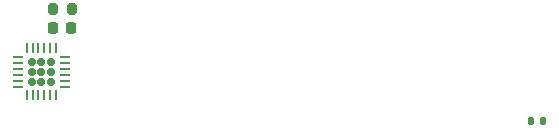
<source format=gbr>
%TF.GenerationSoftware,KiCad,Pcbnew,7.0.1*%
%TF.CreationDate,2023-04-07T15:07:04-06:00*%
%TF.ProjectId,UFC_Function Select,5546435f-4675-46e6-9374-696f6e205365,rev?*%
%TF.SameCoordinates,Original*%
%TF.FileFunction,Paste,Bot*%
%TF.FilePolarity,Positive*%
%FSLAX46Y46*%
G04 Gerber Fmt 4.6, Leading zero omitted, Abs format (unit mm)*
G04 Created by KiCad (PCBNEW 7.0.1) date 2023-04-07 15:07:04*
%MOMM*%
%LPD*%
G01*
G04 APERTURE LIST*
G04 Aperture macros list*
%AMRoundRect*
0 Rectangle with rounded corners*
0 $1 Rounding radius*
0 $2 $3 $4 $5 $6 $7 $8 $9 X,Y pos of 4 corners*
0 Add a 4 corners polygon primitive as box body*
4,1,4,$2,$3,$4,$5,$6,$7,$8,$9,$2,$3,0*
0 Add four circle primitives for the rounded corners*
1,1,$1+$1,$2,$3*
1,1,$1+$1,$4,$5*
1,1,$1+$1,$6,$7*
1,1,$1+$1,$8,$9*
0 Add four rect primitives between the rounded corners*
20,1,$1+$1,$2,$3,$4,$5,0*
20,1,$1+$1,$4,$5,$6,$7,0*
20,1,$1+$1,$6,$7,$8,$9,0*
20,1,$1+$1,$8,$9,$2,$3,0*%
G04 Aperture macros list end*
%ADD10RoundRect,0.225000X0.225000X0.250000X-0.225000X0.250000X-0.225000X-0.250000X0.225000X-0.250000X0*%
%ADD11RoundRect,0.135000X0.135000X0.185000X-0.135000X0.185000X-0.135000X-0.185000X0.135000X-0.185000X0*%
%ADD12RoundRect,0.165000X0.165000X0.165000X-0.165000X0.165000X-0.165000X-0.165000X0.165000X-0.165000X0*%
%ADD13RoundRect,0.062500X0.325000X0.062500X-0.325000X0.062500X-0.325000X-0.062500X0.325000X-0.062500X0*%
%ADD14RoundRect,0.062500X0.062500X0.325000X-0.062500X0.325000X-0.062500X-0.325000X0.062500X-0.325000X0*%
%ADD15RoundRect,0.200000X-0.200000X-0.275000X0.200000X-0.275000X0.200000X0.275000X-0.200000X0.275000X0*%
G04 APERTURE END LIST*
D10*
%TO.C,C2*%
X68550000Y10350000D03*
X67000000Y10350000D03*
%TD*%
D11*
%TO.C,R1*%
X108460000Y2435000D03*
X107440000Y2435000D03*
%TD*%
D12*
%TO.C,U1*%
X66844760Y5790760D03*
X66844760Y6610760D03*
X66844760Y7430760D03*
X66024760Y5790760D03*
X66024760Y6610760D03*
X66024760Y7430760D03*
X65204760Y5790760D03*
X65204760Y6610760D03*
X65204760Y7430760D03*
D13*
X68012260Y7860760D03*
X68012260Y7360760D03*
X68012260Y6860760D03*
X68012260Y6360760D03*
X68012260Y5860760D03*
X68012260Y5360760D03*
D14*
X67274760Y4623260D03*
X66774760Y4623260D03*
X66274760Y4623260D03*
X65774760Y4623260D03*
X65274760Y4623260D03*
X64774760Y4623260D03*
D13*
X64037260Y5360760D03*
X64037260Y5860760D03*
X64037260Y6360760D03*
X64037260Y6860760D03*
X64037260Y7360760D03*
X64037260Y7860760D03*
D14*
X64774760Y8598260D03*
X65274760Y8598260D03*
X65774760Y8598260D03*
X66274760Y8598260D03*
X66774760Y8598260D03*
X67274760Y8598260D03*
%TD*%
D15*
%TO.C,R4*%
X68625000Y11950000D03*
X66975000Y11950000D03*
%TD*%
M02*

</source>
